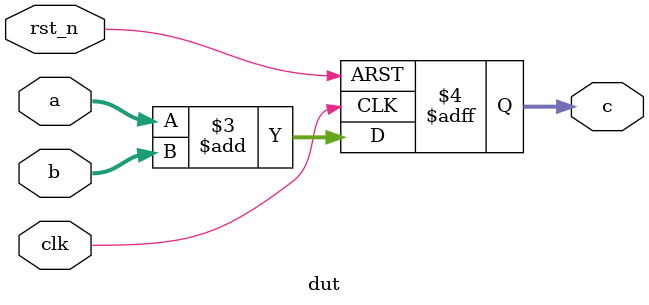
<source format=sv>
`timescale 1ns/100ps

module dut (
    input logic clk, 
    input logic rst_n,
    input logic [7:0] a, // TODO: Replace with your actual inputs
    input logic [7:0] b, // TODO: Replace with your actual inputs
    output logic [7:0] c // TODO: Replace with your actual inputs
);

// TODO: Replace following logic with your DUT implementation.
always_ff @(posedge clk or negedge rst_n) begin
    if (!rst_n) begin
        c <= 8'h00;
    end else begin
        c <= a + b;
    end
end 

endmodule
</source>
